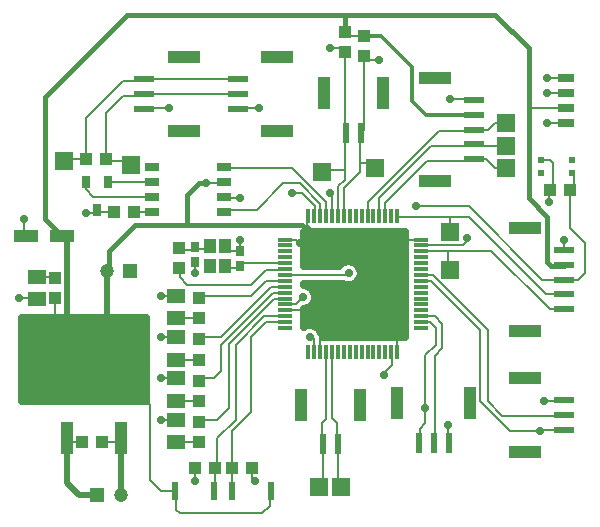
<source format=gbr>
G04 DipTrace 3.2.0.0*
G04 gimbalboard2_Top.gbr*
%MOMM*%
G04 #@! TF.FileFunction,Copper,L1,Top*
G04 #@! TF.Part,Single*
G04 #@! TA.AperFunction,Conductor*
%ADD13C,0.2*%
%ADD14C,0.5*%
%ADD15C,0.4*%
%ADD16C,0.3*%
G04 #@! TA.AperFunction,CopperBalancing*
%ADD17C,0.635*%
%ADD19R,1.5X1.5*%
%ADD20R,0.55X1.5*%
%ADD21R,1.1X1.0*%
%ADD22R,1.0X1.1*%
%ADD23R,0.7X0.9*%
%ADD24R,2.0X1.0*%
%ADD26R,0.8X1.05*%
%ADD27R,1.5X1.3*%
%ADD28R,1.0X2.8*%
%ADD29R,0.6X1.7*%
G04 #@! TA.AperFunction,ComponentPad*
%ADD30R,1.2X1.2*%
%ADD31C,1.2*%
%ADD32R,2.8X1.0*%
%ADD33R,1.7X0.6*%
%ADD34R,0.48X0.57*%
%ADD36R,1.2X0.3*%
%ADD37R,0.3X1.2*%
%ADD39R,1.143X0.762*%
%ADD41R,1.0X2.75*%
%ADD42R,5.55X6.15*%
%ADD43R,1.4X0.7*%
%ADD44R,1.0X1.2*%
G04 #@! TA.AperFunction,ViaPad*
%ADD46C,0.7*%
%FSLAX35Y35*%
G04*
G71*
G90*
G75*
G01*
G04 Top*
%LPD*%
X-4004750Y456250D2*
D13*
X-4016500Y444500D1*
X-4159250D1*
X-3238500Y31750D2*
X-3301653Y94903D1*
Y168250D1*
X-3292500D1*
X-3365500Y-63500D2*
X-3397250Y-31750D1*
X-3492500D1*
Y-631750D2*
X-3304000D1*
X-2342500Y-31750D2*
X-2476500D1*
X-2542500Y-981750D2*
X-2540000Y-979250D1*
Y-857250D1*
X-3192500Y-981750D2*
Y-802500D1*
X-5383250Y0D2*
D14*
X-5334000D1*
Y-866000D1*
X-5155500Y-1044500D1*
X-5106000D1*
X-5000000Y-295250D2*
Y-1044500D1*
X-5106000D1*
X-5439500Y-529500D2*
D13*
Y-751750D1*
X-5334000Y-857250D1*
X-5106000D1*
Y-1044500D1*
X-5000000Y-295250D2*
D15*
X-4984750D1*
Y-127000D1*
X-4762510Y95240D1*
X-4318000D1*
Y349250D1*
X-4222750Y444500D1*
X-4159250D1*
X-4699000Y-1365250D2*
D13*
X-4635500Y-1428750D1*
Y-2063750D1*
X-4540250Y-2159000D1*
X-4420750D1*
X-4413250Y-2166500D1*
Y-2317750D1*
X-4381500Y-2349500D1*
X-3683000D1*
X-3619500Y-2286000D1*
Y-2159000D1*
X-3612000D1*
X-4318000Y95240D2*
D15*
X-3349277D1*
X-3238500Y-15537D1*
Y31750D1*
X-5383250Y0D2*
X-5524500Y141250D1*
Y1174750D1*
X-4826000Y1873250D1*
X-2984500D1*
Y1725750D1*
X-2825750Y1694000D2*
D13*
X-2984500D1*
Y1725750D1*
X-2825750Y1694000D2*
D16*
X-2678250D1*
X-2413000Y1428750D1*
Y1143000D1*
X-2293500Y1023500D1*
X-1887500D1*
X-2984500Y1873250D2*
D15*
X-1714500D1*
X-1428750Y1587500D1*
Y1079500D1*
Y317500D1*
X-1270000Y158750D1*
Y-222250D1*
X-1238250Y-254000D1*
X-1125500D1*
Y-246500D1*
X-1111250Y1079500D2*
D13*
X-1428750D1*
X-5037000Y-1746250D2*
X-4878000D1*
Y-1714500D1*
X-4880000Y-2190750D2*
D14*
X-4878000Y-2188750D1*
Y-1714500D1*
X-3167500Y-1763750D2*
D13*
X-3175000D1*
Y-1587500D1*
X-3142500Y-1555000D1*
Y-981750D1*
X-3206750Y-2127250D2*
X-3167500Y-2088000D1*
Y-1763750D1*
X-3042500D2*
X-3048000D1*
Y-1587500D1*
X-3092500Y-1543000D1*
Y-981750D1*
X-3016250Y-2127250D2*
X-3042500Y-2101000D1*
Y-1763750D1*
X-4095750Y-2159000D2*
X-4084500Y-2147750D1*
Y-1968500D1*
X-4064000Y-1948000D1*
Y-1714500D1*
X-3905250Y-1555750D1*
Y-920750D1*
X-3666250Y-681750D1*
X-3492500D1*
X-3937000Y-2159000D2*
Y-1968500D1*
Y-1651000D1*
X-3778250Y-1492250D1*
Y-857250D1*
X-3652750Y-731750D1*
X-3492500D1*
X-5179000Y456250D2*
Y392250D1*
X-5116000Y329250D1*
X-4615617D1*
X-3891000Y1324000D2*
X-4684750D1*
X-4695250Y1313500D1*
X-4862000D1*
X-5179500Y996000D1*
Y646750D1*
X-5365750Y635000D2*
X-5354000Y646750D1*
X-5179500D1*
X-4989000Y456250D2*
X-4615617D1*
X-3891000Y1199000D2*
X-4684750D1*
X-4697250Y1186500D1*
X-4862000D1*
X-5009500Y1039000D1*
Y646750D1*
X-4997750Y635000D1*
X-4794250D1*
Y603250D1*
X-4004750Y583250D2*
X-3993000Y571500D1*
X-3429000D1*
X-3142500Y285000D1*
Y168250D1*
X-4004750Y202250D2*
X-3984750Y222250D1*
X-3730623D1*
X-3508373Y444500D1*
X-3365500D1*
X-3192500Y271500D1*
Y168250D1*
X-2232000Y-1754000D2*
X-2222500Y-1744500D1*
Y-1016000D1*
X-2159000Y-952500D1*
Y-746123D1*
X-2223373Y-681750D1*
X-2342500D1*
Y-331750D2*
X-2344250Y-330000D1*
X-2241750D1*
X-1774000Y-797750D1*
Y-1401000D1*
X-1651000Y-1524000D1*
X-1125500D1*
Y-1516500D1*
X-5334000Y-1714500D2*
X-5302250Y-1746250D1*
X-5207000D1*
X-5080000Y-2190750D2*
D14*
X-5238750D1*
X-5334000Y-2095500D1*
Y-1714500D1*
X-4540250Y-508000D2*
D13*
X-4539750Y-508500D1*
X-4413250D1*
X-4540250Y-857250D2*
X-4539750Y-857750D1*
X-4413250D1*
X-4540250Y-1206500D2*
X-4539750Y-1207000D1*
X-4413250D1*
X-4540250Y-1555750D2*
X-4539750Y-1556250D1*
X-4413250D1*
X-4684750Y1074000D2*
X-4679250Y1079500D1*
X-4476750D1*
X-3891000Y1074000D2*
X-3885500Y1079500D1*
X-3714750D1*
X-3997500Y-84000D2*
X-3954500Y-127000D1*
X-3873500D1*
Y-31750D1*
X-4004750Y329250D2*
X-3993000Y317500D1*
X-3873500D1*
X-3492500Y-581750D2*
X-3401750D1*
X-3340500Y-520500D1*
X-3242500Y-981750D2*
X-3242000Y-981250D1*
Y-874000D1*
X-3258000Y-858000D1*
X-3282000D1*
X-2592500Y-981750D2*
X-2587623Y-986627D1*
Y-1095377D1*
X-2651123Y-1158877D1*
Y-1174750D1*
X-1125500Y-1391500D2*
X-1131000Y-1397000D1*
X-1301750D1*
X-1125500Y-121500D2*
X-1127123Y-119877D1*
Y-31750D1*
X-2342500Y-81750D2*
X-2340123Y-79373D1*
X-1984373D1*
X-1952623Y-47623D1*
Y-15873D1*
X-3242500Y168250D2*
X-3238500Y172250D1*
Y254003D1*
X-3349623Y365127D1*
X-3429000D1*
X-1887500Y1148500D2*
X-1897877Y1158877D1*
X-2095500D1*
X-2107000Y-1754000D2*
X-2111373Y-1749627D1*
Y-1603373D1*
X-5683250Y0D2*
X-5699123Y15873D1*
Y142877D1*
X-5084000Y216250D2*
X-5070000Y202250D1*
X-4936750D1*
X-5084000Y216250D2*
X-5109750Y190500D1*
X-5175250D1*
X-4254500Y-2079623D2*
Y-1968500D1*
X-3746500Y-2079623D2*
X-3767000Y-2059123D1*
Y-1968500D1*
X-1250250Y390500D2*
X-1254123Y386627D1*
Y285750D1*
X-1250250Y390500D2*
X-1222373Y418377D1*
Y619123D1*
X-1247750Y644500D1*
X-1321750D1*
X-4254500Y-317500D2*
X-4256000Y-316000D1*
Y-223750D1*
X-5588000Y-539250D2*
X-5603377Y-523873D1*
X-5746750D1*
X-1111250Y1206500D2*
X-1270000D1*
X-3092500Y168250D2*
X-3095623Y171373D1*
Y343137D1*
X-3111500D1*
Y365127D1*
X-2846750Y871000D2*
X-2857500D1*
Y614650D1*
Y539750D1*
X-2992500Y404750D1*
Y168250D1*
X-2846750Y871000D2*
X-2825750Y892000D1*
Y1524000D1*
X-2730500Y571500D2*
X-2773650Y614650D1*
X-2857500D1*
X-1111250Y952500D2*
X-1270000D1*
X-2698750Y1492250D2*
X-2825750D1*
Y1524000D1*
X-2971750Y871000D2*
X-2984500D1*
Y554860D1*
Y476250D1*
X-3042500Y418250D1*
Y168250D1*
X-2971750Y871000D2*
X-2984500Y883750D1*
Y1555750D1*
X-3175000Y539750D2*
X-3159890Y554860D1*
X-2984500D1*
X-1111250Y1333500D2*
X-1270000D1*
X-3111500Y1587500D2*
X-2984500D1*
Y1555750D1*
X-4222750Y-528500D2*
X-4202250Y-508000D1*
X-3778250D1*
X-3652000Y-381750D1*
X-3492500D1*
X-4222750Y-877750D2*
X-4202250Y-857250D1*
X-4032250D1*
X-3606750Y-431750D1*
X-3492500D1*
X-4222750Y-1227000D2*
X-4202250Y-1206500D1*
X-4095750D1*
X-4032250Y-1143000D1*
Y-920750D1*
X-3593250Y-481750D1*
X-3492500D1*
Y-531750D2*
X-3494500Y-533750D1*
X-3587750D1*
X-3968750Y-914750D1*
Y-1460500D1*
X-4064000Y-1555750D1*
X-4202250D1*
X-4222750Y-1576250D1*
X-4615617Y202250D2*
X-4766750D1*
X-4391750Y-275500D2*
X-4381500D1*
Y-349250D1*
X-4318000Y-412750D1*
X-3778250D1*
X-3651250Y-285750D1*
X-3492500D1*
Y-281750D1*
X-3873500Y-257000D2*
X-3848250Y-231750D1*
X-3492500D1*
X-3873500Y-257000D2*
X-3879500D1*
X-3892377Y-269877D1*
X-3997500D1*
Y-254000D1*
X-4222750Y-1746250D2*
X-4413250D1*
X-4222750Y-1397000D2*
X-4413250D1*
Y-1047750D2*
X-4222750D1*
Y-698500D2*
X-4413250D1*
X-5439500Y-359500D2*
Y-349250D1*
X-5588000D1*
X-4127500Y-84000D2*
X-4153127Y-109627D1*
X-4256000D1*
Y-93750D1*
X-4283627Y-121377D1*
X-4391750D1*
Y-105500D1*
X-2301873Y-1460500D2*
Y-1008873D1*
X-2215000Y-922000D1*
Y-784000D1*
X-2267250Y-731750D1*
X-2342500D1*
X-2357000Y-1754000D2*
X-2349500D1*
Y-1635127D1*
X-2301873Y-1587500D1*
Y-1460500D1*
X-1125500Y-1641500D2*
X-1324000D1*
X-1333500Y-1651000D1*
X-1587500D1*
X-1841500Y-1397000D1*
Y-793750D1*
X-2253500Y-381750D1*
X-2342500D1*
X-1059750Y528500D2*
X-1047750D1*
Y390500D1*
X-1080250D1*
X-1125500Y-371500D2*
X-1006500D1*
X-952500Y-317500D1*
Y-63500D1*
X-1080250Y64250D1*
Y390500D1*
X-1125500Y-371500D2*
X-1311250D1*
X-1936750Y254000D1*
X-2381250D1*
X-2952750Y-317500D2*
Y-331750D1*
X-3492500D1*
X-1125500Y-496500D2*
X-1281500D1*
X-1936750Y158750D1*
X-2095500D1*
X-2542500D1*
Y168250D1*
X-2095500Y31750D2*
Y158750D1*
X-1125500Y-621500D2*
X-1251750D1*
X-1746250Y-127000D1*
X-2113120D1*
X-2342500D1*
Y-131750D1*
X-2090500Y-285750D2*
X-2113120Y-263130D1*
Y-127000D1*
X-1887500Y898500D2*
X-1897000Y889000D1*
X-2190750D1*
X-2792500Y287250D1*
Y168250D1*
X-1887500Y898500D2*
X-1768500D1*
X-1714500Y952500D1*
X-1619250D1*
X-1887500Y773500D2*
X-1899000Y762000D1*
X-2254250D1*
X-2692500Y323750D1*
Y168250D1*
X-1887500Y773500D2*
X-1876000Y762000D1*
X-1619250D1*
X-1887500Y648500D2*
X-1901000Y635000D1*
X-2286000D1*
X-2642500Y278500D1*
Y168250D1*
X-1887500Y648500D2*
X-1791500D1*
X-1714500Y571500D1*
X-1619250D1*
D46*
X-3238500Y31750D3*
X-3365500Y-63500D3*
X-3304000Y-631750D3*
X-2476500Y-31750D3*
X-2540000Y-857250D3*
X-3192500Y-802500D3*
X-3238500Y31750D3*
X-4476750Y1079500D3*
X-3714750D3*
X-3340500Y-520500D3*
X-3282000Y-858000D3*
X-2651123Y-1174750D3*
X-1952623Y-15873D3*
X-3429000Y365127D3*
X-1270000Y952500D3*
X-2698750Y1492250D3*
X-1270000Y1333500D3*
X-3111500Y1587500D3*
X-2381250Y254000D3*
X-2952750Y-317500D3*
X-2095500Y1158877D3*
X-2111373Y-1603373D3*
X-5699123Y142877D3*
X-5175250Y190500D3*
X-4254500Y-2079623D3*
X-3746500D3*
X-1254123Y285750D3*
X-4254500Y-317500D3*
X-5746750Y-523873D3*
X-4540250Y-508000D3*
Y-857250D3*
Y-1206500D3*
Y-1555750D3*
X-1333500Y-1651000D3*
X-2301873Y-1460500D3*
X-4159250Y444500D3*
X-5524500Y-730250D3*
Y-857250D3*
Y-984250D3*
Y-1111250D3*
Y-1238250D3*
Y-1365250D3*
X-5683250D3*
Y-1238250D3*
Y-1111250D3*
Y-984250D3*
Y-857250D3*
Y-730250D3*
X-4699000D3*
Y-857250D3*
Y-984250D3*
Y-1111250D3*
Y-1238250D3*
Y-1365250D3*
X-3873500Y-31750D3*
Y317500D3*
X-1301750Y-1397000D3*
X-1127123Y-31750D3*
X-1270000Y1206500D3*
X-3111500Y365127D3*
X-5708603Y-761667D2*
D17*
X-4673583D1*
X-5708603Y-824833D2*
X-4673583D1*
X-5708603Y-888000D2*
X-4673583D1*
X-5708603Y-951167D2*
X-4673583D1*
X-5708603Y-1014333D2*
X-4673583D1*
X-5708603Y-1077500D2*
X-4673583D1*
X-5708603Y-1140667D2*
X-4673583D1*
X-5708603Y-1203833D2*
X-4673583D1*
X-5708603Y-1267000D2*
X-4673583D1*
X-5708603Y-1330167D2*
X-4673583D1*
X-5708603Y-1393333D2*
X-4673583D1*
X-4667250Y-1396940D2*
Y-698580D1*
X-5714940Y-698500D1*
X-5715000Y-1396920D1*
X-4667280Y-1397000D1*
X-3327353Y-31417D2*
X-2482827D1*
X-3327353Y-94583D2*
X-2482827D1*
X-3327353Y-157750D2*
X-2482827D1*
X-3327353Y-220917D2*
X-2992790D1*
X-2912733D2*
X-2482827D1*
X-2849750Y-284083D2*
X-2482827D1*
X-2848567Y-347250D2*
X-2482827D1*
X-3327353Y-410417D2*
X-3001903D1*
X-2903617D2*
X-2482827D1*
X-3243227Y-473583D2*
X-2482827D1*
X-3233200Y-536750D2*
X-2482827D1*
X-3269660Y-599917D2*
X-2482827D1*
X-3327353Y-663083D2*
X-2482827D1*
X-3327353Y-726250D2*
X-2482827D1*
X-3199750Y-789417D2*
X-2482827D1*
X-3161377Y-852583D2*
X-2482827D1*
X-3167223Y-854460D2*
X-2860210D1*
X-2710210Y-854550D1*
X-2560210Y-854460D1*
X-2476497D1*
X-2476500Y31663D1*
X-3333727Y31750D1*
X-3333750Y-254507D1*
X-3033217Y-254460D1*
X-3025080Y-245170D1*
X-3012873Y-234747D1*
X-2999190Y-226360D1*
X-2984360Y-220217D1*
X-2968753Y-216470D1*
X-2952750Y-215210D1*
X-2936747Y-216470D1*
X-2921140Y-220217D1*
X-2906310Y-226360D1*
X-2892627Y-234747D1*
X-2880420Y-245170D1*
X-2869997Y-257377D1*
X-2861610Y-271060D1*
X-2855467Y-285890D1*
X-2851720Y-301497D1*
X-2850460Y-317500D1*
X-2851720Y-333503D1*
X-2855467Y-349110D1*
X-2861610Y-363940D1*
X-2869997Y-377623D1*
X-2880420Y-389830D1*
X-2892627Y-400253D1*
X-2906310Y-408640D1*
X-2921140Y-414783D1*
X-2936747Y-418530D1*
X-2952750Y-419790D1*
X-2968753Y-418530D1*
X-2984360Y-414783D1*
X-2998307Y-409047D1*
X-3333830Y-409040D1*
X-3332473Y-418527D1*
X-3316620Y-421037D1*
X-3301357Y-425997D1*
X-3287053Y-433283D1*
X-3274067Y-442717D1*
X-3262717Y-454067D1*
X-3253283Y-467053D1*
X-3245997Y-481357D1*
X-3241037Y-496620D1*
X-3238527Y-512473D1*
Y-528527D1*
X-3241037Y-544380D1*
X-3245997Y-559643D1*
X-3253283Y-573947D1*
X-3262717Y-586933D1*
X-3274067Y-598283D1*
X-3287053Y-607717D1*
X-3301357Y-615003D1*
X-3316620Y-619963D1*
X-3333197Y-622503D1*
X-3333750Y-683167D1*
Y-769847D1*
X-3321143Y-763497D1*
X-3305880Y-758537D1*
X-3290027Y-756027D1*
X-3273973D1*
X-3258120Y-758537D1*
X-3242857Y-763497D1*
X-3228553Y-770783D1*
X-3215567Y-780217D1*
X-3204217Y-791567D1*
X-3194783Y-804553D1*
X-3187290Y-819413D1*
X-3179470Y-828570D1*
X-3173133Y-838910D1*
X-3168487Y-850140D1*
D19*
X-3206750Y-2127250D3*
X-3016250D3*
D20*
X-4095750Y-2159000D3*
X-4420750D3*
X-3937000D3*
X-3612000D3*
D23*
X-4256000Y-223750D3*
Y-93750D3*
X-3873500Y-127000D3*
Y-257000D3*
D21*
X-1250250Y390500D3*
X-1080250D3*
D24*
X-5683250Y0D3*
X-5383250D3*
D21*
X-5207000Y-1746250D3*
X-5037000D3*
D19*
X-5365750Y635000D3*
X-4794250Y603250D3*
D26*
X-4989000Y456250D3*
X-5179000D3*
X-5084000Y216250D3*
D27*
X-4413250Y-1047750D3*
Y-857750D3*
Y-1397000D3*
Y-1207000D3*
Y-1746250D3*
Y-1556250D3*
Y-698500D3*
Y-508500D3*
X-5588000Y-349250D3*
Y-539250D3*
D19*
X-2730500Y571500D3*
X-3175000Y539750D3*
D28*
X-1922000Y-1419000D3*
X-2547000D3*
D29*
X-2107000Y-1754000D3*
X-2232000D3*
X-2357000D3*
D30*
X-5080000Y-2190750D3*
D31*
X-4880000D3*
D30*
X-4800000Y-295250D3*
D31*
X-5000000D3*
D32*
X-1460500Y-1206500D3*
Y-1831500D3*
D33*
X-1125500Y-1391500D3*
Y-1516500D3*
Y-1641500D3*
D28*
X-2661750Y1206000D3*
X-3161750D3*
D29*
X-2846750Y871000D3*
X-2971750D3*
D32*
X-2222500Y1333500D3*
Y463500D3*
D33*
X-1887500Y1023500D3*
Y898500D3*
Y1148500D3*
Y773500D3*
Y648500D3*
D32*
X-1460500Y63500D3*
Y-806500D3*
D33*
X-1125500Y-246500D3*
Y-371500D3*
Y-121500D3*
Y-496500D3*
Y-621500D3*
D32*
X-4349750Y889000D3*
Y1514000D3*
D33*
X-4684750Y1074000D3*
Y1199000D3*
Y1324000D3*
D32*
X-3556000Y889000D3*
Y1514000D3*
D33*
X-3891000Y1074000D3*
Y1199000D3*
Y1324000D3*
D28*
X-2857500Y-1428750D3*
X-3357500D3*
D29*
X-3042500Y-1763750D3*
X-3167500D3*
D22*
X-4391750Y-275500D3*
Y-105500D3*
D21*
X-5179500Y646750D3*
X-5009500D3*
X-4766750Y202250D3*
X-4936750D3*
D22*
X-2825750Y1524000D3*
Y1694000D3*
X-2984500Y1555750D3*
Y1725750D3*
X-4222750Y-1746250D3*
Y-1576250D3*
Y-1397000D3*
Y-1227000D3*
Y-1047750D3*
Y-877750D3*
Y-698500D3*
Y-528500D3*
D21*
X-3767000Y-1968500D3*
X-3937000D3*
X-4254500D3*
X-4084500D3*
D22*
X-5439500Y-359500D3*
Y-529500D3*
D34*
X-1059750Y644500D3*
X-1321750D3*
X-1059750Y528500D3*
X-1321750D3*
D19*
X-2090500Y-285750D3*
X-2095500Y31750D3*
D36*
X-3492500Y-31750D3*
Y-81750D3*
Y-131750D3*
Y-181750D3*
Y-231750D3*
Y-281750D3*
Y-331750D3*
Y-381750D3*
Y-431750D3*
Y-481750D3*
Y-531750D3*
Y-581750D3*
Y-631750D3*
Y-681750D3*
Y-731750D3*
Y-781750D3*
D37*
X-3292500Y-981750D3*
X-3242500D3*
X-3192500D3*
X-3142500D3*
X-3092500D3*
X-3042500D3*
X-2992500D3*
X-2942500D3*
X-2892500D3*
X-2842500D3*
X-2792500D3*
X-2742500D3*
X-2692500D3*
X-2642500D3*
X-2592500D3*
X-2542500D3*
D36*
X-2342500Y-781750D3*
Y-731750D3*
Y-681750D3*
Y-631750D3*
Y-581750D3*
Y-531750D3*
Y-481750D3*
Y-431750D3*
Y-381750D3*
Y-331750D3*
Y-281750D3*
Y-231750D3*
Y-181750D3*
Y-131750D3*
Y-81750D3*
Y-31750D3*
D37*
X-2542500Y168250D3*
X-2592500D3*
X-2642500D3*
X-2692500D3*
X-2742500D3*
X-2792500D3*
X-2842500D3*
X-2892500D3*
X-2942500D3*
X-2992500D3*
X-3042500D3*
X-3092500D3*
X-3142500D3*
X-3192500D3*
X-3242500D3*
X-3292500D3*
D39*
X-4004750Y202250D3*
Y329250D3*
Y456250D3*
Y583250D3*
X-4615617D3*
Y456250D3*
Y329250D3*
Y202250D3*
D41*
X-5334000Y-1714500D3*
X-4878000D3*
D42*
X-5106000Y-1044500D3*
D43*
X-1111250Y952500D3*
Y1079500D3*
Y1206500D3*
Y1333500D3*
D19*
X-1619250Y952500D3*
Y762000D3*
Y571500D3*
D44*
X-4127500Y-254000D3*
X-3997500D3*
X-4127500Y-84000D3*
X-3997500D3*
M02*

</source>
